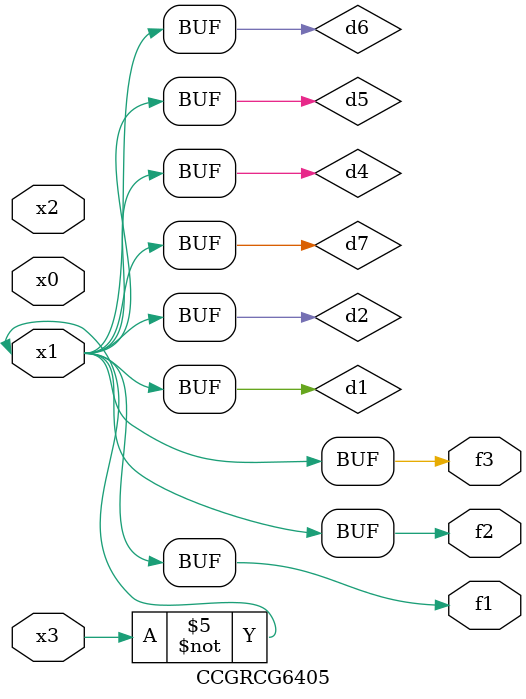
<source format=v>
module CCGRCG6405(
	input x0, x1, x2, x3,
	output f1, f2, f3
);

	wire d1, d2, d3, d4, d5, d6, d7;

	not (d1, x3);
	buf (d2, x1);
	xnor (d3, d1, d2);
	nor (d4, d1);
	buf (d5, d1, d2);
	buf (d6, d4, d5);
	nand (d7, d4);
	assign f1 = d6;
	assign f2 = d7;
	assign f3 = d6;
endmodule

</source>
